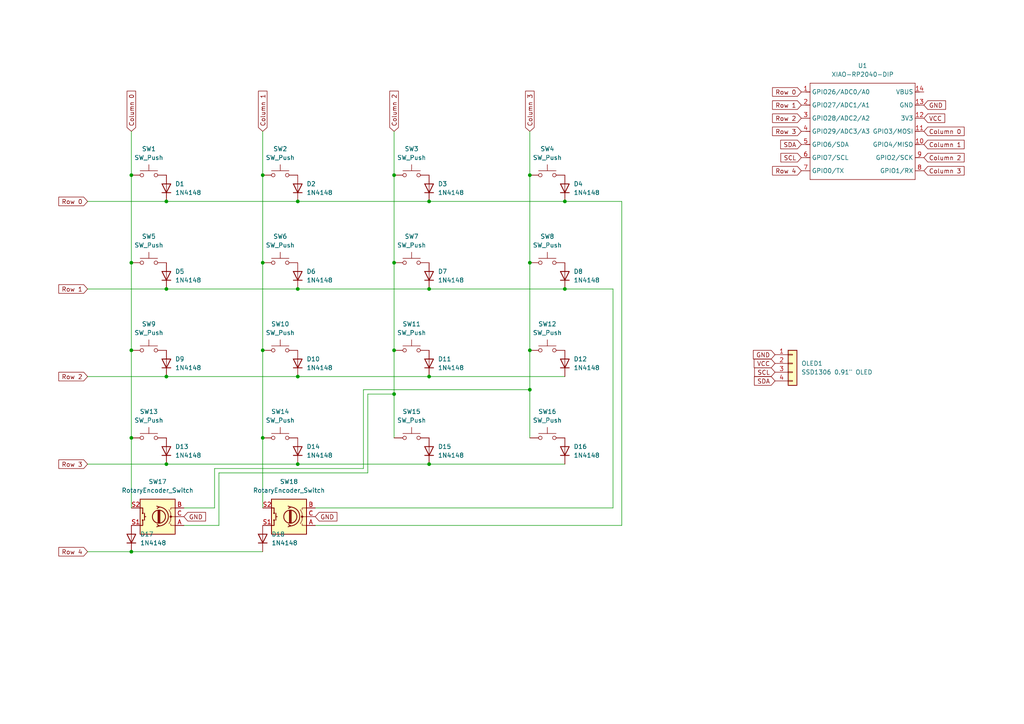
<source format=kicad_sch>
(kicad_sch (version 20250114) (generator "eeschema") (generator_version "9.0")
  (paper "A4")
  (lib_symbols
    (symbol "Connector_Generic:Conn_01x04" (pin_names (offset 1.016) (hide yes))
      (property "Reference" "J" (at 0 5.08 0))
      (property "Value" "Conn_01x04" (at 0 -7.62 0))
      (symbol "Conn_01x04_1_1"
        (rectangle (start -1.27 3.81) (end 1.27 -6.35) (stroke (width 0.254)) (fill (type background)))
        (rectangle (start -1.27 2.667) (end 0 2.413) (stroke (width 0.1524)))
        (rectangle (start -1.27 0.127) (end 0 -0.127) (stroke (width 0.1524)))
        (rectangle (start -1.27 -2.413) (end 0 -2.667) (stroke (width 0.1524)))
        (rectangle (start -1.27 -4.953) (end 0 -5.207) (stroke (width 0.1524)))
        (pin passive line (at -5.08 2.54 0) (length 3.81) (name "Pin_1") (number "1"))
        (pin passive line (at -5.08 0 0) (length 3.81) (name "Pin_2") (number "2"))
        (pin passive line (at -5.08 -2.54 0) (length 3.81) (name "Pin_3") (number "3"))
        (pin passive line (at -5.08 -5.08 0) (length 3.81) (name "Pin_4") (number "4"))
      )
    )
    (symbol "Device:RotaryEncoder_Switch" (pin_names (offset 0.254) (hide yes))
      (property "Reference" "SW" (at 0 6.604 0))
      (property "Value" "RotaryEncoder_Switch" (at 0 -6.604 0))
      (symbol "RotaryEncoder_Switch_0_1"
        (rectangle (start -5.08 5.08) (end 5.08 -5.08) (stroke (width 0.254)) (fill (type background)))
        (polyline (pts (xy -5.08 2.54) (xy -3.81 2.54) (xy -3.81 2.032)))
        (polyline (pts (xy -5.08 0) (xy -3.81 0) (xy -3.81 -1.016) (xy -3.302 -2.032)))
        (polyline (pts (xy -5.08 -2.54) (xy -3.81 -2.54) (xy -3.81 -2.032)))
        (polyline (pts (xy -4.318 0) (xy -3.81 0) (xy -3.81 1.016) (xy -3.302 2.032)))
        (circle (center -3.81 0) (radius 0.254) (fill (type outline)))
        (polyline (pts (xy -0.635 -1.778) (xy -0.635 1.778)) (stroke (width 0.254)))
        (circle (center -0.381 0) (radius 1.905) (stroke (width 0.254)))
        (polyline (pts (xy -0.381 -1.778) (xy -0.381 1.778)) (stroke (width 0.254)))
        (arc (start -0.381 -2.794) (mid -3.0988 -0.0635) (end -0.381 2.667) (stroke (width 0.254)))
        (polyline (pts (xy -0.127 1.778) (xy -0.127 -1.778)) (stroke (width 0.254)))
        (polyline (pts (xy 0.254 2.921) (xy -0.508 2.667) (xy 0.127 2.286)) (stroke (width 0.254)))
        (polyline (pts (xy 0.254 -3.048) (xy -0.508 -2.794) (xy 0.127 -2.413)) (stroke (width 0.254)))
        (polyline (pts (xy 3.81 1.016) (xy 3.81 -1.016)) (stroke (width 0.254)))
        (polyline (pts (xy 3.81 0) (xy 3.429 0)) (stroke (width 0.254)))
        (circle (center 4.318 1.016) (radius 0.127) (stroke (width 0.254)))
        (circle (center 4.318 -1.016) (radius 0.127) (stroke (width 0.254)))
        (polyline (pts (xy 5.08 2.54) (xy 4.318 2.54) (xy 4.318 1.016)) (stroke (width 0.254)))
        (polyline (pts (xy 5.08 -2.54) (xy 4.318 -2.54) (xy 4.318 -1.016)) (stroke (width 0.254)))
      )
      (symbol "RotaryEncoder_Switch_1_1"
        (pin passive line (at -7.62 2.54 0) (length 2.54) (name "A") (number "A"))
        (pin passive line (at -7.62 0 0) (length 2.54) (name "C") (number "C"))
        (pin passive line (at -7.62 -2.54 0) (length 2.54) (name "B") (number "B"))
        (pin passive line (at 7.62 2.54 180) (length 2.54) (name "S1") (number "S1"))
        (pin passive line (at 7.62 -2.54 180) (length 2.54) (name "S2") (number "S2"))
      )
    )
    (symbol "Diode:1N4148" (pin_numbers (hide yes)) (pin_names (hide yes))
      (property "Reference" "D" (at 0 2.54 0))
      (property "Value" "1N4148" (at 0 -2.54 0))
      (symbol "1N4148_0_1"
        (polyline (pts (xy -1.27 1.27) (xy -1.27 -1.27)) (stroke (width 0.254)))
        (polyline (pts (xy 1.27 1.27) (xy 1.27 -1.27) (xy -1.27 0) (xy 1.27 1.27)) (stroke (width 0.254)))
        (polyline (pts (xy 1.27 0) (xy -1.27 0)))
      )
      (symbol "1N4148_1_1"
        (pin passive line (at -3.81 0 0) (length 2.54) (name "K") (number "1"))
        (pin passive line (at 3.81 0 180) (length 2.54) (name "A") (number "2"))
      )
    )
    (symbol "Seeed_Studio_XIAO_Series:XIAO-RP2040-DIP"
      (property "Reference" "U" (at 0 0 0))
      (property "Value" "XIAO-RP2040-DIP" (at 5.334 -1.778 0))
      (symbol "XIAO-RP2040-DIP_1_0"
        (polyline (pts (xy -1.27 -2.54) (xy 29.21 -2.54)) (stroke (width 0.1524)))
        (polyline (pts (xy -1.27 -5.08) (xy -2.54 -5.08)) (stroke (width 0.1524)))
        (polyline (pts (xy -1.27 -5.08) (xy -1.27 -2.54)) (stroke (width 0.1524)))
        (polyline (pts (xy -1.27 -8.89) (xy -2.54 -8.89)) (stroke (width 0.1524)))
        (polyline (pts (xy -1.27 -8.89) (xy -1.27 -5.08)) (stroke (width 0.1524)))
        (polyline (pts (xy -1.27 -12.7) (xy -2.54 -12.7)) (stroke (width 0.1524)))
        (polyline (pts (xy -1.27 -12.7) (xy -1.27 -8.89)) (stroke (width 0.1524)))
        (polyline (pts (xy -1.27 -16.51) (xy -2.54 -16.51)) (stroke (width 0.1524)))
        (polyline (pts (xy -1.27 -16.51) (xy -1.27 -12.7)) (stroke (width 0.1524)))
        (polyline (pts (xy -1.27 -20.32) (xy -2.54 -20.32)) (stroke (width 0.1524)))
        (polyline (pts (xy -1.27 -24.13) (xy -2.54 -24.13)) (stroke (width 0.1524)))
        (polyline (pts (xy -1.27 -27.94) (xy -2.54 -27.94)) (stroke (width 0.1524)))
        (polyline (pts (xy -1.27 -30.48) (xy -1.27 -16.51)) (stroke (width 0.1524)))
        (polyline (pts (xy 29.21 -2.54) (xy 29.21 -5.08)) (stroke (width 0.1524)))
        (polyline (pts (xy 29.21 -5.08) (xy 29.21 -8.89)) (stroke (width 0.1524)))
        (polyline (pts (xy 29.21 -8.89) (xy 29.21 -12.7)) (stroke (width 0.1524)))
        (polyline (pts (xy 29.21 -12.7) (xy 29.21 -30.48)) (stroke (width 0.1524)))
        (polyline (pts (xy 29.21 -30.48) (xy -1.27 -30.48)) (stroke (width 0.1524)))
        (polyline (pts (xy 30.48 -5.08) (xy 29.21 -5.08)) (stroke (width 0.1524)))
        (polyline (pts (xy 30.48 -8.89) (xy 29.21 -8.89)) (stroke (width 0.1524)))
        (polyline (pts (xy 30.48 -12.7) (xy 29.21 -12.7)) (stroke (width 0.1524)))
        (polyline (pts (xy 30.48 -16.51) (xy 29.21 -16.51)) (stroke (width 0.1524)))
        (polyline (pts (xy 30.48 -20.32) (xy 29.21 -20.32)) (stroke (width 0.1524)))
        (polyline (pts (xy 30.48 -24.13) (xy 29.21 -24.13)) (stroke (width 0.1524)))
        (polyline (pts (xy 30.48 -27.94) (xy 29.21 -27.94)) (stroke (width 0.1524)))
        (pin passive line (at -3.81 -5.08 0) (length 2.54) (name "GPIO26/ADC0/A0") (number "1"))
        (pin passive line (at -3.81 -8.89 0) (length 2.54) (name "GPIO27/ADC1/A1") (number "2"))
        (pin passive line (at -3.81 -12.7 0) (length 2.54) (name "GPIO28/ADC2/A2") (number "3"))
        (pin passive line (at -3.81 -16.51 0) (length 2.54) (name "GPIO29/ADC3/A3") (number "4"))
        (pin passive line (at -3.81 -20.32 0) (length 2.54) (name "GPIO6/SDA") (number "5"))
        (pin passive line (at -3.81 -24.13 0) (length 2.54) (name "GPIO7/SCL") (number "6"))
        (pin passive line (at -3.81 -27.94 0) (length 2.54) (name "GPIO0/TX") (number "7"))
        (pin passive line (at 31.75 -5.08 180) (length 2.54) (name "VBUS") (number "14"))
        (pin passive line (at 31.75 -8.89 180) (length 2.54) (name "GND") (number "13"))
        (pin passive line (at 31.75 -12.7 180) (length 2.54) (name "3V3") (number "12"))
        (pin passive line (at 31.75 -16.51 180) (length 2.54) (name "GPIO3/MOSI") (number "11"))
        (pin passive line (at 31.75 -20.32 180) (length 2.54) (name "GPIO4/MISO") (number "10"))
        (pin passive line (at 31.75 -24.13 180) (length 2.54) (name "GPIO2/SCK") (number "9"))
        (pin passive line (at 31.75 -27.94 180) (length 2.54) (name "GPIO1/RX") (number "8"))
      )
    )
    (symbol "Switch:SW_Push" (pin_numbers (hide yes)) (pin_names (offset 1.016) (hide yes))
      (property "Reference" "SW" (at 1.27 2.54 0))
      (property "Value" "SW_Push" (at 0 -1.524 0))
      (symbol "SW_Push_0_1"
        (circle (center -2.032 0) (radius 0.508))
        (polyline (pts (xy 0 1.27) (xy 0 3.048)))
        (circle (center 2.032 0) (radius 0.508))
        (polyline (pts (xy 2.54 1.27) (xy -2.54 1.27)))
        (pin passive line (at -5.08 0 0) (length 2.54) (name "1") (number "1"))
        (pin passive line (at 5.08 0 180) (length 2.54) (name "2") (number "2"))
      )
    )
  )
  (junction (at 124.46 58.42))
  (junction (at 76.2 76.2))
  (junction (at 48.26 83.82))
  (junction (at 38.1 101.6))
  (junction (at 124.46 83.82))
  (junction (at 153.67 113.03))
  (junction (at 86.36 83.82))
  (junction (at 114.3 114.3))
  (junction (at 38.1 50.8))
  (junction (at 153.67 101.6))
  (junction (at 38.1 76.2))
  (junction (at 38.1 127))
  (junction (at 76.2 101.6))
  (junction (at 163.83 58.42))
  (junction (at 124.46 134.62))
  (junction (at 48.26 134.62))
  (junction (at 153.67 76.2))
  (junction (at 163.83 83.82))
  (junction (at 86.36 58.42))
  (junction (at 114.3 101.6))
  (junction (at 76.2 127))
  (junction (at 114.3 50.8))
  (junction (at 86.36 134.62))
  (junction (at 86.36 109.22))
  (junction (at 114.3 76.2))
  (junction (at 76.2 50.8))
  (junction (at 38.1 160.02))
  (junction (at 48.26 58.42))
  (junction (at 153.67 50.8))
  (junction (at 124.46 109.22))
  (junction (at 48.26 109.22))
  (wire (pts (xy 25.4 160.02) (xy 38.1 160.02)))
  (wire (pts (xy 63.5 152.4) (xy 63.5 137.16)))
  (wire (pts (xy 124.46 134.62) (xy 163.83 134.62)))
  (wire (pts (xy 38.1 160.02) (xy 76.2 160.02)))
  (wire (pts (xy 180.34 152.4) (xy 180.34 58.42)))
  (wire (pts (xy 48.26 109.22) (xy 86.36 109.22)))
  (wire (pts (xy 86.36 134.62) (xy 124.46 134.62)))
  (wire (pts (xy 153.67 101.6) (xy 153.67 113.03)))
  (wire (pts (xy 114.3 38.1) (xy 114.3 50.8)))
  (wire (pts (xy 106.68 114.3) (xy 114.3 114.3)))
  (wire (pts (xy 163.83 83.82) (xy 177.8 83.82)))
  (wire (pts (xy 62.23 147.32) (xy 62.23 135.89)))
  (wire (pts (xy 153.67 38.1) (xy 153.67 50.8)))
  (wire (pts (xy 114.3 76.2) (xy 114.3 101.6)))
  (wire (pts (xy 48.26 58.42) (xy 86.36 58.42)))
  (wire (pts (xy 86.36 83.82) (xy 124.46 83.82)))
  (wire (pts (xy 48.26 83.82) (xy 86.36 83.82)))
  (wire (pts (xy 62.23 135.89) (xy 105.41 135.89)))
  (wire (pts (xy 76.2 127) (xy 76.2 147.32)))
  (wire (pts (xy 153.67 50.8) (xy 153.67 76.2)))
  (wire (pts (xy 53.34 147.32) (xy 62.23 147.32)))
  (wire (pts (xy 114.3 114.3) (xy 114.3 127)))
  (wire (pts (xy 86.36 58.42) (xy 124.46 58.42)))
  (wire (pts (xy 124.46 109.22) (xy 163.83 109.22)))
  (wire (pts (xy 53.34 152.4) (xy 63.5 152.4)))
  (wire (pts (xy 153.67 76.2) (xy 153.67 101.6)))
  (wire (pts (xy 25.4 58.42) (xy 48.26 58.42)))
  (wire (pts (xy 106.68 137.16) (xy 106.68 114.3)))
  (wire (pts (xy 86.36 109.22) (xy 124.46 109.22)))
  (wire (pts (xy 91.44 152.4) (xy 180.34 152.4)))
  (wire (pts (xy 163.83 58.42) (xy 180.34 58.42)))
  (wire (pts (xy 105.41 113.03) (xy 153.67 113.03)))
  (wire (pts (xy 63.5 137.16) (xy 106.68 137.16)))
  (wire (pts (xy 124.46 83.82) (xy 163.83 83.82)))
  (wire (pts (xy 177.8 147.32) (xy 177.8 83.82)))
  (wire (pts (xy 25.4 134.62) (xy 48.26 134.62)))
  (wire (pts (xy 76.2 50.8) (xy 76.2 76.2)))
  (wire (pts (xy 76.2 38.1) (xy 76.2 50.8)))
  (wire (pts (xy 91.44 147.32) (xy 177.8 147.32)))
  (wire (pts (xy 124.46 58.42) (xy 163.83 58.42)))
  (wire (pts (xy 38.1 127) (xy 38.1 147.32)))
  (wire (pts (xy 25.4 83.82) (xy 48.26 83.82)))
  (wire (pts (xy 38.1 101.6) (xy 38.1 127)))
  (wire (pts (xy 114.3 50.8) (xy 114.3 76.2)))
  (wire (pts (xy 114.3 101.6) (xy 114.3 114.3)))
  (wire (pts (xy 38.1 76.2) (xy 38.1 101.6)))
  (wire (pts (xy 48.26 134.62) (xy 86.36 134.62)))
  (wire (pts (xy 76.2 76.2) (xy 76.2 101.6)))
  (wire (pts (xy 25.4 109.22) (xy 48.26 109.22)))
  (wire (pts (xy 38.1 50.8) (xy 38.1 76.2)))
  (wire (pts (xy 76.2 101.6) (xy 76.2 127)))
  (wire (pts (xy 153.67 113.03) (xy 153.67 127)))
  (wire (pts (xy 105.41 135.89) (xy 105.41 113.03)))
  (wire (pts (xy 38.1 38.1) (xy 38.1 50.8)))
  (global_label "Row 3" (shape input) (at 25.4 134.62 180) (property "Intersheetrefs" "${INTERSHEET_REFS}" (effects (hide yes))))
  (global_label "Column 3" (shape input) (at 153.67 38.1 90) (property "Intersheetrefs" "${INTERSHEET_REFS}" (effects (hide yes))))
  (global_label "GND" (shape input) (at 224.79 102.87 180) (property "Intersheetrefs" "${INTERSHEET_REFS}" (effects (hide yes))))
  (global_label "Row 4" (shape input) (at 232.41 49.53 180) (property "Intersheetrefs" "${INTERSHEET_REFS}" (effects (hide yes))))
  (global_label "GND" (shape input) (at 91.44 149.86 0) (property "Intersheetrefs" "${INTERSHEET_REFS}" (effects (hide yes))))
  (global_label "Column 2" (shape input) (at 267.97 45.72 0) (property "Intersheetrefs" "${INTERSHEET_REFS}" (effects (hide yes))))
  (global_label "Row 1" (shape input) (at 232.41 30.48 180) (property "Intersheetrefs" "${INTERSHEET_REFS}" (effects (hide yes))))
  (global_label "Row 0" (shape input) (at 25.4 58.42 180) (property "Intersheetrefs" "${INTERSHEET_REFS}" (effects (hide yes))))
  (global_label "Row 4" (shape input) (at 25.4 160.02 180) (property "Intersheetrefs" "${INTERSHEET_REFS}" (effects (hide yes))))
  (global_label "Row 2" (shape input) (at 25.4 109.22 180) (property "Intersheetrefs" "${INTERSHEET_REFS}" (effects (hide yes))))
  (global_label "SDA" (shape input) (at 232.41 41.91 180) (property "Intersheetrefs" "${INTERSHEET_REFS}" (effects (hide yes))))
  (global_label "GND" (shape input) (at 267.97 30.48 0) (property "Intersheetrefs" "${INTERSHEET_REFS}" (effects (hide yes))))
  (global_label "SCL" (shape input) (at 224.79 107.95 180) (property "Intersheetrefs" "${INTERSHEET_REFS}" (effects (hide yes))))
  (global_label "VCC" (shape input) (at 267.97 34.29 0) (property "Intersheetrefs" "${INTERSHEET_REFS}" (effects (hide yes))))
  (global_label "SDA" (shape input) (at 224.79 110.49 180) (property "Intersheetrefs" "${INTERSHEET_REFS}" (effects (hide yes))))
  (global_label "Row 3" (shape input) (at 232.41 38.1 180) (property "Intersheetrefs" "${INTERSHEET_REFS}" (effects (hide yes))))
  (global_label "Row 2" (shape input) (at 232.41 34.29 180) (property "Intersheetrefs" "${INTERSHEET_REFS}" (effects (hide yes))))
  (global_label "GND" (shape input) (at 53.34 149.86 0) (property "Intersheetrefs" "${INTERSHEET_REFS}" (effects (hide yes))))
  (global_label "Column 1" (shape input) (at 76.2 38.1 90) (property "Intersheetrefs" "${INTERSHEET_REFS}" (effects (hide yes))))
  (global_label "Column 3" (shape input) (at 267.97 49.53 0) (property "Intersheetrefs" "${INTERSHEET_REFS}" (effects (hide yes))))
  (global_label "Column 0" (shape input) (at 267.97 38.1 0) (property "Intersheetrefs" "${INTERSHEET_REFS}" (effects (hide yes))))
  (global_label "Column 1" (shape input) (at 267.97 41.91 0) (property "Intersheetrefs" "${INTERSHEET_REFS}" (effects (hide yes))))
  (global_label "Row 1" (shape input) (at 25.4 83.82 180) (property "Intersheetrefs" "${INTERSHEET_REFS}" (effects (hide yes))))
  (global_label "Row 0" (shape input) (at 232.41 26.67 180) (property "Intersheetrefs" "${INTERSHEET_REFS}" (effects (hide yes))))
  (global_label "Column 0" (shape input) (at 38.1 38.1 90) (property "Intersheetrefs" "${INTERSHEET_REFS}" (effects (hide yes))))
  (global_label "VCC" (shape input) (at 224.79 105.41 180) (property "Intersheetrefs" "${INTERSHEET_REFS}" (effects (hide yes))))
  (global_label "Column 2" (shape input) (at 114.3 38.1 90) (property "Intersheetrefs" "${INTERSHEET_REFS}" (effects (hide yes))))
  (global_label "SCL" (shape input) (at 232.41 45.72 180) (property "Intersheetrefs" "${INTERSHEET_REFS}" (effects (hide yes))))
  (symbol (lib_id "Switch:SW_Push") (at 81.28 101.6 0) (unit 1)
    (property "Reference" "SW10" (at 81.28 93.98 0))
    (property "Value" "SW_Push" (at 81.28 96.52 0))
    (property "Footprint" "Button_Switch_Keyboard:SW_Cherry_MX_1.00u_PCB" (effects (hide yes)))
    (property "Description" "Push button switch, generic, two pins" (effects (hide yes)))
  )
  (symbol (lib_id "Diode:1N4148") (at 48.26 80.01 90) (unit 1)
    (property "Reference" "D5" (at 50.8 78.7399 90) (effects (justify right)))
    (property "Value" "1N4148" (at 50.8 81.2799 90) (effects (justify right)))
    (property "Footprint" "Diode_THT:D_DO-35_SOD27_P7.62mm_Horizontal" (effects (hide yes)))
    (property "Datasheet" "https://assets.nexperia.com/documents/data-sheet/1N4148_1N4448.pdf" (effects (hide yes)))
    (property "Description" "100V 0.15A standard switching diode, DO-35" (effects (hide yes)))
    (property "Sim.Device" "D" (effects (hide yes)))
    (property "Sim.Pins" "1=K 2=A" (effects (hide yes)))
  )
  (symbol (lib_id "Device:RotaryEncoder_Switch") (at 45.72 149.86 180) (unit 1)
    (property "Reference" "SW17" (at 45.72 139.7 0))
    (property "Value" "RotaryEncoder_Switch" (at 45.72 142.24 0))
    (property "Footprint" "Rotary_Encoder:RotaryEncoder_Alps_EC11E-Switch_Vertical_H20mm" (effects (hide yes)))
    (property "Description" "Rotary encoder, dual channel, incremental quadrate outputs, with switch" (effects (hide yes)))
  )
  (symbol (lib_id "Diode:1N4148") (at 124.46 130.81 90) (unit 1)
    (property "Reference" "D15" (at 127 129.5399 90) (effects (justify right)))
    (property "Value" "1N4148" (at 127 132.0799 90) (effects (justify right)))
    (property "Footprint" "Diode_THT:D_DO-35_SOD27_P7.62mm_Horizontal" (effects (hide yes)))
    (property "Datasheet" "https://assets.nexperia.com/documents/data-sheet/1N4148_1N4448.pdf" (effects (hide yes)))
    (property "Description" "100V 0.15A standard switching diode, DO-35" (effects (hide yes)))
    (property "Sim.Device" "D" (effects (hide yes)))
    (property "Sim.Pins" "1=K 2=A" (effects (hide yes)))
  )
  (symbol (lib_id "Switch:SW_Push") (at 43.18 76.2 0) (unit 1)
    (property "Reference" "SW5" (at 43.18 68.58 0))
    (property "Value" "SW_Push" (at 43.18 71.12 0))
    (property "Footprint" "Button_Switch_Keyboard:SW_Cherry_MX_1.00u_PCB" (effects (hide yes)))
    (property "Description" "Push button switch, generic, two pins" (effects (hide yes)))
  )
  (symbol (lib_id "Diode:1N4148") (at 38.1 156.21 90) (unit 1)
    (property "Reference" "D17" (at 40.64 154.9399 90) (effects (justify right)))
    (property "Value" "1N4148" (at 40.64 157.4799 90) (effects (justify right)))
    (property "Footprint" "Diode_THT:D_DO-35_SOD27_P7.62mm_Horizontal" (effects (hide yes)))
    (property "Datasheet" "https://assets.nexperia.com/documents/data-sheet/1N4148_1N4448.pdf" (effects (hide yes)))
    (property "Description" "100V 0.15A standard switching diode, DO-35" (effects (hide yes)))
    (property "Sim.Device" "D" (effects (hide yes)))
    (property "Sim.Pins" "1=K 2=A" (effects (hide yes)))
  )
  (symbol (lib_id "Switch:SW_Push") (at 119.38 101.6 0) (unit 1)
    (property "Reference" "SW11" (at 119.38 93.98 0))
    (property "Value" "SW_Push" (at 119.38 96.52 0))
    (property "Footprint" "Button_Switch_Keyboard:SW_Cherry_MX_1.00u_PCB" (effects (hide yes)))
    (property "Description" "Push button switch, generic, two pins" (effects (hide yes)))
  )
  (symbol (lib_id "Switch:SW_Push") (at 158.75 127 0) (unit 1)
    (property "Reference" "SW16" (at 158.75 119.38 0))
    (property "Value" "SW_Push" (at 158.75 121.92 0))
    (property "Footprint" "Button_Switch_Keyboard:SW_Cherry_MX_1.00u_PCB" (effects (hide yes)))
    (property "Description" "Push button switch, generic, two pins" (effects (hide yes)))
  )
  (symbol (lib_id "Diode:1N4148") (at 124.46 105.41 90) (unit 1)
    (property "Reference" "D11" (at 127 104.1399 90) (effects (justify right)))
    (property "Value" "1N4148" (at 127 106.6799 90) (effects (justify right)))
    (property "Footprint" "Diode_THT:D_DO-35_SOD27_P7.62mm_Horizontal" (effects (hide yes)))
    (property "Datasheet" "https://assets.nexperia.com/documents/data-sheet/1N4148_1N4448.pdf" (effects (hide yes)))
    (property "Description" "100V 0.15A standard switching diode, DO-35" (effects (hide yes)))
    (property "Sim.Device" "D" (effects (hide yes)))
    (property "Sim.Pins" "1=K 2=A" (effects (hide yes)))
  )
  (symbol (lib_id "Diode:1N4148") (at 48.26 130.81 90) (unit 1)
    (property "Reference" "D13" (at 50.8 129.5399 90) (effects (justify right)))
    (property "Value" "1N4148" (at 50.8 132.0799 90) (effects (justify right)))
    (property "Footprint" "Diode_THT:D_DO-35_SOD27_P7.62mm_Horizontal" (effects (hide yes)))
    (property "Datasheet" "https://assets.nexperia.com/documents/data-sheet/1N4148_1N4448.pdf" (effects (hide yes)))
    (property "Description" "100V 0.15A standard switching diode, DO-35" (effects (hide yes)))
    (property "Sim.Device" "D" (effects (hide yes)))
    (property "Sim.Pins" "1=K 2=A" (effects (hide yes)))
  )
  (symbol (lib_id "Switch:SW_Push") (at 119.38 127 0) (unit 1)
    (property "Reference" "SW15" (at 119.38 119.38 0))
    (property "Value" "SW_Push" (at 119.38 121.92 0))
    (property "Footprint" "Button_Switch_Keyboard:SW_Cherry_MX_1.00u_PCB" (effects (hide yes)))
    (property "Description" "Push button switch, generic, two pins" (effects (hide yes)))
  )
  (symbol (lib_id "Diode:1N4148") (at 48.26 54.61 90) (unit 1)
    (property "Reference" "D1" (at 50.8 53.3399 90) (effects (justify right)))
    (property "Value" "1N4148" (at 50.8 55.8799 90) (effects (justify right)))
    (property "Footprint" "Diode_THT:D_DO-35_SOD27_P7.62mm_Horizontal" (effects (hide yes)))
    (property "Datasheet" "https://assets.nexperia.com/documents/data-sheet/1N4148_1N4448.pdf" (effects (hide yes)))
    (property "Description" "100V 0.15A standard switching diode, DO-35" (effects (hide yes)))
    (property "Sim.Device" "D" (effects (hide yes)))
    (property "Sim.Pins" "1=K 2=A" (effects (hide yes)))
  )
  (symbol (lib_id "Diode:1N4148") (at 163.83 54.61 90) (unit 1)
    (property "Reference" "D4" (at 166.37 53.3399 90) (effects (justify right)))
    (property "Value" "1N4148" (at 166.37 55.8799 90) (effects (justify right)))
    (property "Footprint" "Diode_THT:D_DO-35_SOD27_P7.62mm_Horizontal" (effects (hide yes)))
    (property "Datasheet" "https://assets.nexperia.com/documents/data-sheet/1N4148_1N4448.pdf" (effects (hide yes)))
    (property "Description" "100V 0.15A standard switching diode, DO-35" (effects (hide yes)))
    (property "Sim.Device" "D" (effects (hide yes)))
    (property "Sim.Pins" "1=K 2=A" (effects (hide yes)))
  )
  (symbol (lib_id "Switch:SW_Push") (at 158.75 101.6 0) (unit 1)
    (property "Reference" "SW12" (at 158.75 93.98 0))
    (property "Value" "SW_Push" (at 158.75 96.52 0))
    (property "Footprint" "Button_Switch_Keyboard:SW_Cherry_MX_1.00u_PCB" (effects (hide yes)))
    (property "Description" "Push button switch, generic, two pins" (effects (hide yes)))
  )
  (symbol (lib_id "Diode:1N4148") (at 124.46 80.01 90) (unit 1)
    (property "Reference" "D7" (at 127 78.7399 90) (effects (justify right)))
    (property "Value" "1N4148" (at 127 81.2799 90) (effects (justify right)))
    (property "Footprint" "Diode_THT:D_DO-35_SOD27_P7.62mm_Horizontal" (effects (hide yes)))
    (property "Datasheet" "https://assets.nexperia.com/documents/data-sheet/1N4148_1N4448.pdf" (effects (hide yes)))
    (property "Description" "100V 0.15A standard switching diode, DO-35" (effects (hide yes)))
    (property "Sim.Device" "D" (effects (hide yes)))
    (property "Sim.Pins" "1=K 2=A" (effects (hide yes)))
  )
  (symbol (lib_id "Diode:1N4148") (at 76.2 156.21 90) (unit 1)
    (property "Reference" "D18" (at 78.74 154.9399 90) (effects (justify right)))
    (property "Value" "1N4148" (at 78.74 157.4799 90) (effects (justify right)))
    (property "Footprint" "Diode_THT:D_DO-35_SOD27_P7.62mm_Horizontal" (effects (hide yes)))
    (property "Datasheet" "https://assets.nexperia.com/documents/data-sheet/1N4148_1N4448.pdf" (effects (hide yes)))
    (property "Description" "100V 0.15A standard switching diode, DO-35" (effects (hide yes)))
    (property "Sim.Device" "D" (effects (hide yes)))
    (property "Sim.Pins" "1=K 2=A" (effects (hide yes)))
  )
  (symbol (lib_id "Switch:SW_Push") (at 158.75 76.2 0) (unit 1)
    (property "Reference" "SW8" (at 158.75 68.58 0))
    (property "Value" "SW_Push" (at 158.75 71.12 0))
    (property "Footprint" "Button_Switch_Keyboard:SW_Cherry_MX_1.00u_PCB" (effects (hide yes)))
    (property "Description" "Push button switch, generic, two pins" (effects (hide yes)))
  )
  (symbol (lib_id "Switch:SW_Push") (at 81.28 76.2 0) (unit 1)
    (property "Reference" "SW6" (at 81.28 68.58 0))
    (property "Value" "SW_Push" (at 81.28 71.12 0))
    (property "Footprint" "Button_Switch_Keyboard:SW_Cherry_MX_1.00u_PCB" (effects (hide yes)))
    (property "Description" "Push button switch, generic, two pins" (effects (hide yes)))
  )
  (symbol (lib_id "Device:RotaryEncoder_Switch") (at 83.82 149.86 180) (unit 1)
    (property "Reference" "SW18" (at 83.82 139.7 0))
    (property "Value" "RotaryEncoder_Switch" (at 83.82 142.24 0))
    (property "Footprint" "Rotary_Encoder:RotaryEncoder_Alps_EC11E-Switch_Vertical_H20mm" (effects (hide yes)))
    (property "Description" "Rotary encoder, dual channel, incremental quadrate outputs, with switch" (effects (hide yes)))
  )
  (symbol (lib_id "Diode:1N4148") (at 86.36 105.41 90) (unit 1)
    (property "Reference" "D10" (at 88.9 104.1399 90) (effects (justify right)))
    (property "Value" "1N4148" (at 88.9 106.6799 90) (effects (justify right)))
    (property "Footprint" "Diode_THT:D_DO-35_SOD27_P7.62mm_Horizontal" (effects (hide yes)))
    (property "Datasheet" "https://assets.nexperia.com/documents/data-sheet/1N4148_1N4448.pdf" (effects (hide yes)))
    (property "Description" "100V 0.15A standard switching diode, DO-35" (effects (hide yes)))
    (property "Sim.Device" "D" (effects (hide yes)))
    (property "Sim.Pins" "1=K 2=A" (effects (hide yes)))
  )
  (symbol (lib_id "Diode:1N4148") (at 86.36 54.61 90) (unit 1)
    (property "Reference" "D2" (at 88.9 53.3399 90) (effects (justify right)))
    (property "Value" "1N4148" (at 88.9 55.8799 90) (effects (justify right)))
    (property "Footprint" "Diode_THT:D_DO-35_SOD27_P7.62mm_Horizontal" (effects (hide yes)))
    (property "Datasheet" "https://assets.nexperia.com/documents/data-sheet/1N4148_1N4448.pdf" (effects (hide yes)))
    (property "Description" "100V 0.15A standard switching diode, DO-35" (effects (hide yes)))
    (property "Sim.Device" "D" (effects (hide yes)))
    (property "Sim.Pins" "1=K 2=A" (effects (hide yes)))
  )
  (symbol (lib_id "Switch:SW_Push") (at 158.75 50.8 0) (unit 1)
    (property "Reference" "SW4" (at 158.75 43.18 0))
    (property "Value" "SW_Push" (at 158.75 45.72 0))
    (property "Footprint" "Button_Switch_Keyboard:SW_Cherry_MX_1.00u_PCB" (effects (hide yes)))
    (property "Description" "Push button switch, generic, two pins" (effects (hide yes)))
  )
  (symbol (lib_id "Diode:1N4148") (at 86.36 130.81 90) (unit 1)
    (property "Reference" "D14" (at 88.9 129.5399 90) (effects (justify right)))
    (property "Value" "1N4148" (at 88.9 132.0799 90) (effects (justify right)))
    (property "Footprint" "Diode_THT:D_DO-35_SOD27_P7.62mm_Horizontal" (effects (hide yes)))
    (property "Datasheet" "https://assets.nexperia.com/documents/data-sheet/1N4148_1N4448.pdf" (effects (hide yes)))
    (property "Description" "100V 0.15A standard switching diode, DO-35" (effects (hide yes)))
    (property "Sim.Device" "D" (effects (hide yes)))
    (property "Sim.Pins" "1=K 2=A" (effects (hide yes)))
  )
  (symbol (lib_id "Diode:1N4148") (at 163.83 80.01 90) (unit 1)
    (property "Reference" "D8" (at 166.37 78.7399 90) (effects (justify right)))
    (property "Value" "1N4148" (at 166.37 81.2799 90) (effects (justify right)))
    (property "Footprint" "Diode_THT:D_DO-35_SOD27_P7.62mm_Horizontal" (effects (hide yes)))
    (property "Datasheet" "https://assets.nexperia.com/documents/data-sheet/1N4148_1N4448.pdf" (effects (hide yes)))
    (property "Description" "100V 0.15A standard switching diode, DO-35" (effects (hide yes)))
    (property "Sim.Device" "D" (effects (hide yes)))
    (property "Sim.Pins" "1=K 2=A" (effects (hide yes)))
  )
  (symbol (lib_id "Switch:SW_Push") (at 43.18 101.6 0) (unit 1)
    (property "Reference" "SW9" (at 43.18 93.98 0))
    (property "Value" "SW_Push" (at 43.18 96.52 0))
    (property "Footprint" "Button_Switch_Keyboard:SW_Cherry_MX_1.00u_PCB" (effects (hide yes)))
    (property "Description" "Push button switch, generic, two pins" (effects (hide yes)))
  )
  (symbol (lib_id "Connector_Generic:Conn_01x04") (at 229.87 105.41 0) (unit 1)
    (property "Reference" "OLED1" (at 232.41 105.4099 0) (effects (justify left)))
    (property "Value" "SSD1306 0.91\" OLED" (at 232.41 107.9499 0) (effects (justify left)))
    (property "Footprint" "KiCad-SSD1306-0.91-OLED-4pin-128x32.pretty-master:SSD1306-0.91-OLED-4pin-128x32" (effects (hide yes)))
    (property "Description" "Generic connector, single row, 01x04, script generated (kicad-library-utils/schlib/autogen/connector/)" (effects (hide yes)))
  )
  (symbol (lib_id "Switch:SW_Push") (at 81.28 50.8 0) (unit 1)
    (property "Reference" "SW2" (at 81.28 43.18 0))
    (property "Value" "SW_Push" (at 81.28 45.72 0))
    (property "Footprint" "Button_Switch_Keyboard:SW_Cherry_MX_1.00u_PCB" (effects (hide yes)))
    (property "Description" "Push button switch, generic, two pins" (effects (hide yes)))
  )
  (symbol (lib_id "Diode:1N4148") (at 163.83 130.81 90) (unit 1)
    (property "Reference" "D16" (at 166.37 129.5399 90) (effects (justify right)))
    (property "Value" "1N4148" (at 166.37 132.0799 90) (effects (justify right)))
    (property "Footprint" "Diode_THT:D_DO-35_SOD27_P7.62mm_Horizontal" (effects (hide yes)))
    (property "Datasheet" "https://assets.nexperia.com/documents/data-sheet/1N4148_1N4448.pdf" (effects (hide yes)))
    (property "Description" "100V 0.15A standard switching diode, DO-35" (effects (hide yes)))
    (property "Sim.Device" "D" (effects (hide yes)))
    (property "Sim.Pins" "1=K 2=A" (effects (hide yes)))
  )
  (symbol (lib_id "Diode:1N4148") (at 163.83 105.41 90) (unit 1)
    (property "Reference" "D12" (at 166.37 104.1399 90) (effects (justify right)))
    (property "Value" "1N4148" (at 166.37 106.6799 90) (effects (justify right)))
    (property "Footprint" "Diode_THT:D_DO-35_SOD27_P7.62mm_Horizontal" (effects (hide yes)))
    (property "Datasheet" "https://assets.nexperia.com/documents/data-sheet/1N4148_1N4448.pdf" (effects (hide yes)))
    (property "Description" "100V 0.15A standard switching diode, DO-35" (effects (hide yes)))
    (property "Sim.Device" "D" (effects (hide yes)))
    (property "Sim.Pins" "1=K 2=A" (effects (hide yes)))
  )
  (symbol (lib_id "Diode:1N4148") (at 124.46 54.61 90) (unit 1)
    (property "Reference" "D3" (at 127 53.3399 90) (effects (justify right)))
    (property "Value" "1N4148" (at 127 55.8799 90) (effects (justify right)))
    (property "Footprint" "Diode_THT:D_DO-35_SOD27_P7.62mm_Horizontal" (effects (hide yes)))
    (property "Datasheet" "https://assets.nexperia.com/documents/data-sheet/1N4148_1N4448.pdf" (effects (hide yes)))
    (property "Description" "100V 0.15A standard switching diode, DO-35" (effects (hide yes)))
    (property "Sim.Device" "D" (effects (hide yes)))
    (property "Sim.Pins" "1=K 2=A" (effects (hide yes)))
  )
  (symbol (lib_id "Switch:SW_Push") (at 119.38 50.8 0) (unit 1)
    (property "Reference" "SW3" (at 119.38 43.18 0))
    (property "Value" "SW_Push" (at 119.38 45.72 0))
    (property "Footprint" "Button_Switch_Keyboard:SW_Cherry_MX_1.00u_PCB" (effects (hide yes)))
    (property "Description" "Push button switch, generic, two pins" (effects (hide yes)))
  )
  (symbol (lib_id "Switch:SW_Push") (at 43.18 127 0) (unit 1)
    (property "Reference" "SW13" (at 43.18 119.38 0))
    (property "Value" "SW_Push" (at 43.18 121.92 0))
    (property "Footprint" "Button_Switch_Keyboard:SW_Cherry_MX_1.00u_PCB" (effects (hide yes)))
    (property "Description" "Push button switch, generic, two pins" (effects (hide yes)))
  )
  (symbol (lib_id "Diode:1N4148") (at 86.36 80.01 90) (unit 1)
    (property "Reference" "D6" (at 88.9 78.7399 90) (effects (justify right)))
    (property "Value" "1N4148" (at 88.9 81.2799 90) (effects (justify right)))
    (property "Footprint" "Diode_THT:D_DO-35_SOD27_P7.62mm_Horizontal" (effects (hide yes)))
    (property "Datasheet" "https://assets.nexperia.com/documents/data-sheet/1N4148_1N4448.pdf" (effects (hide yes)))
    (property "Description" "100V 0.15A standard switching diode, DO-35" (effects (hide yes)))
    (property "Sim.Device" "D" (effects (hide yes)))
    (property "Sim.Pins" "1=K 2=A" (effects (hide yes)))
  )
  (symbol (lib_id "Switch:SW_Push") (at 43.18 50.8 0) (unit 1)
    (property "Reference" "SW1" (at 43.18 43.18 0))
    (property "Value" "SW_Push" (at 43.18 45.72 0))
    (property "Footprint" "Button_Switch_Keyboard:SW_Cherry_MX_1.00u_PCB" (effects (hide yes)))
    (property "Description" "Push button switch, generic, two pins" (effects (hide yes)))
  )
  (symbol (lib_id "Switch:SW_Push") (at 81.28 127 0) (unit 1)
    (property "Reference" "SW14" (at 81.28 119.38 0))
    (property "Value" "SW_Push" (at 81.28 121.92 0))
    (property "Footprint" "Button_Switch_Keyboard:SW_Cherry_MX_1.00u_PCB" (effects (hide yes)))
    (property "Description" "Push button switch, generic, two pins" (effects (hide yes)))
  )
  (symbol (lib_id "Seeed_Studio_XIAO_Series:XIAO-RP2040-DIP") (at 236.22 21.59 0) (unit 1)
    (property "Reference" "U1" (at 250.19 19.05 0))
    (property "Value" "XIAO-RP2040-DIP" (at 250.19 21.59 0))
    (property "Footprint" "Seeed Studio XIAO Series Library:XIAO-RP2040-DIP" (effects (hide yes)))
  )
  (symbol (lib_id "Switch:SW_Push") (at 119.38 76.2 0) (unit 1)
    (property "Reference" "SW7" (at 119.38 68.58 0))
    (property "Value" "SW_Push" (at 119.38 71.12 0))
    (property "Footprint" "Button_Switch_Keyboard:SW_Cherry_MX_1.00u_PCB" (effects (hide yes)))
    (property "Description" "Push button switch, generic, two pins" (effects (hide yes)))
  )
  (symbol (lib_id "Diode:1N4148") (at 48.26 105.41 90) (unit 1)
    (property "Reference" "D9" (at 50.8 104.1399 90) (effects (justify right)))
    (property "Value" "1N4148" (at 50.8 106.6799 90) (effects (justify right)))
    (property "Footprint" "Diode_THT:D_DO-35_SOD27_P7.62mm_Horizontal" (effects (hide yes)))
    (property "Datasheet" "https://assets.nexperia.com/documents/data-sheet/1N4148_1N4448.pdf" (effects (hide yes)))
    (property "Description" "100V 0.15A standard switching diode, DO-35" (effects (hide yes)))
    (property "Sim.Device" "D" (effects (hide yes)))
    (property "Sim.Pins" "1=K 2=A" (effects (hide yes)))
  )
)
</source>
